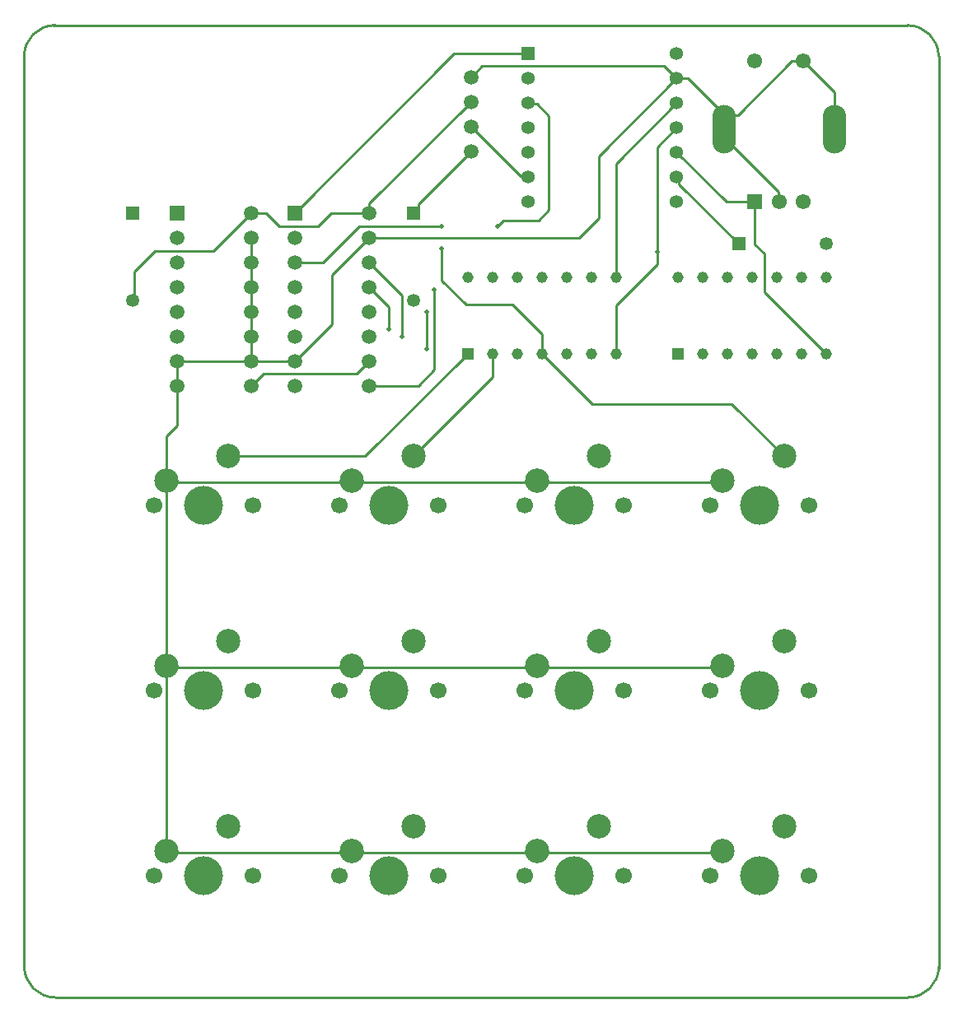
<source format=gbl>
G04*
G04 #@! TF.GenerationSoftware,Altium Limited,Altium Designer,25.3.3 (18)*
G04*
G04 Layer_Physical_Order=2*
G04 Layer_Color=16711680*
%FSLAX43Y43*%
%MOMM*%
G71*
G04*
G04 #@! TF.SameCoordinates,C300852C-C8DC-408C-B86D-D4AF72776700*
G04*
G04*
G04 #@! TF.FilePolarity,Positive*
G04*
G01*
G75*
%ADD10C,0.254*%
%ADD17C,4.000*%
%ADD18C,1.700*%
%ADD25C,1.550*%
%ADD26R,1.550X1.550*%
G04:AMPARAMS|DCode=27|XSize=2.4mm|YSize=5mm|CornerRadius=1.2mm|HoleSize=0mm|Usage=FLASHONLY|Rotation=0.000|XOffset=0mm|YOffset=0mm|HoleType=Round|Shape=RoundedRectangle|*
%AMROUNDEDRECTD27*
21,1,2.400,2.600,0,0,0.0*
21,1,0.000,5.000,0,0,0.0*
1,1,2.400,0.000,-1.300*
1,1,2.400,0.000,-1.300*
1,1,2.400,0.000,1.300*
1,1,2.400,0.000,1.300*
%
%ADD27ROUNDEDRECTD27*%
%ADD32C,1.500*%
%ADD33C,2.500*%
%ADD34R,1.500X1.500*%
%ADD35R,1.350X1.350*%
%ADD36C,1.350*%
%ADD37C,1.358*%
%ADD38R,1.358X1.358*%
%ADD39R,1.170X1.170*%
%ADD40C,1.170*%
%ADD41R,1.350X1.350*%
%ADD42C,0.508*%
D10*
X194884Y185745D02*
Y186200D01*
X194432Y185293D02*
X194884Y185745D01*
Y186200D02*
X200327Y191643D01*
X205383Y189127D02*
X206072D01*
X200327Y194183D02*
X205383Y189127D01*
X206072D02*
X206223Y188976D01*
X189879Y185332D02*
Y186275D01*
X200327Y196723D01*
X189840Y185293D02*
X189879Y185332D01*
X201470Y200406D02*
X220193D01*
X200327Y199263D02*
X201470Y200406D01*
X226304Y193929D02*
Y194370D01*
Y193055D02*
Y193929D01*
X222606Y199136D02*
X226304Y195438D01*
X221463Y199136D02*
X222606D01*
X226304Y194370D02*
Y195438D01*
Y194370D02*
X227295Y195361D01*
X221674Y188274D02*
Y188765D01*
Y188274D02*
X227830Y182118D01*
X221463Y188976D02*
X221674Y188765D01*
X234504Y200929D02*
X237704Y197729D01*
Y193929D02*
Y197729D01*
X233304Y200929D02*
X234504D01*
X198603Y201676D02*
X206223D01*
X182220Y185293D02*
X198603Y201676D01*
X197333Y178368D02*
Y181618D01*
Y178368D02*
X199798Y175903D01*
X185121Y180213D02*
X188867Y183959D01*
X197333D01*
X230480Y177165D02*
X236830Y170815D01*
X229504Y182085D02*
X230480Y181109D01*
Y177165D02*
Y181109D01*
X229504Y182085D02*
Y186429D01*
X219495Y180040D02*
Y181293D01*
X215240Y175785D02*
X219495Y180040D01*
X215240Y170815D02*
Y175785D01*
X219495Y181293D02*
Y192088D01*
X165691Y179222D02*
X167814Y181344D01*
X165691Y176422D02*
Y179222D01*
X167814Y181344D02*
X173826D01*
X177775Y167513D02*
X179045Y168783D01*
X188570D02*
X189840Y170053D01*
X179045Y168783D02*
X188570D01*
X184575Y183959D02*
X185909Y185293D01*
X179268D02*
X180602Y183959D01*
X184575D01*
X177775Y185293D02*
X179268D01*
X213462Y184789D02*
Y191135D01*
X211426Y182753D02*
X213462Y184789D01*
X189840Y182753D02*
X211426D01*
X213462Y191135D02*
X221463Y199136D01*
X215240Y178685D02*
Y190373D01*
X221463Y196596D01*
X219495Y192088D02*
X221463Y194056D01*
X185909Y185293D02*
X189840D01*
X220193Y200406D02*
X221463Y199136D01*
X203620Y184531D02*
X207257D01*
X203048Y183959D02*
X203620Y184531D01*
X207257D02*
X208338Y185612D01*
X173826Y181344D02*
X177775Y185293D01*
X165563Y176293D02*
X165691Y176422D01*
X206223Y196596D02*
X206308Y196511D01*
X208338Y185612D02*
Y195301D01*
X207128Y196511D02*
X208338Y195301D01*
X206308Y196511D02*
X207128D01*
X189459Y160274D02*
X200000Y170815D01*
X175362Y160274D02*
X189459D01*
X194412D02*
X202540Y168402D01*
Y170815D01*
X204568Y175903D02*
X207620Y172851D01*
X199798Y175903D02*
X204568D01*
X207620Y170815D02*
Y172851D01*
Y170815D02*
X212763Y165672D01*
X226550Y186429D02*
X229504D01*
X221463Y191516D02*
X226550Y186429D01*
X226304Y193055D02*
X231922Y187436D01*
Y186510D02*
X232004Y186429D01*
X231922Y186510D02*
Y187436D01*
X227295Y195361D02*
X227736D01*
X233304Y200929D01*
X177775Y182753D02*
Y182887D01*
X195732Y171345D02*
Y175133D01*
X193232Y172593D02*
Y176821D01*
X189840Y180213D02*
X193232Y176821D01*
X189840Y177673D02*
X191872Y175641D01*
Y173355D02*
Y175641D01*
X186030Y178943D02*
X189840Y182753D01*
X196571Y169161D02*
Y177419D01*
X194922Y167513D02*
X196571Y169161D01*
X189840Y167513D02*
X194922D01*
X182220Y180213D02*
X185121D01*
X212763Y165672D02*
X227114D01*
X232512Y160274D01*
X169012Y162306D02*
X170155Y163449D01*
X169012Y157734D02*
Y162306D01*
Y157734D02*
X169139Y157607D01*
X182220Y170053D02*
X186030Y173863D01*
Y178943D01*
X177775Y172593D02*
Y175133D01*
Y170053D02*
Y172593D01*
Y170053D02*
X182220D01*
X170155D02*
X177775D01*
Y175133D02*
Y177673D01*
Y180213D01*
Y182753D01*
X170155Y163449D02*
Y167513D01*
Y170053D01*
X226035Y157607D02*
X226162Y157734D01*
X207239Y157607D02*
X226035D01*
X206985D02*
X207112Y157734D01*
X188189Y157607D02*
X206985D01*
X187935D02*
X188062Y157734D01*
X169139Y157607D02*
X187935D01*
X169139Y138557D02*
X187935D01*
X188062Y138684D01*
X169012D02*
X169139Y138557D01*
X188062Y138684D02*
X188189Y138557D01*
X206985D01*
X207112Y138684D01*
X207239Y138557D02*
X226035D01*
X226162Y138684D01*
X207239Y119507D02*
X226035D01*
X226162Y119634D01*
X206985Y119507D02*
X207112Y119634D01*
X188189Y119507D02*
X206985D01*
X187935D02*
X188062Y119634D01*
X169139Y119507D02*
X187935D01*
X169012Y119634D02*
X169139Y119507D01*
X188062Y119634D02*
X188189Y119507D01*
X188062Y157734D02*
X188189Y157607D01*
X207112Y119634D02*
X207239Y119507D01*
X169012Y119634D02*
Y138557D01*
Y138684D02*
Y157607D01*
X207112Y157734D02*
X207239Y157607D01*
X207112Y138684D02*
X207239Y138557D01*
X157571Y204608D02*
G03*
X154397Y201434I0J-3175D01*
G01*
X245232Y104597D02*
G03*
X248407Y107772I0J3175D01*
G01*
X154408D02*
G03*
X157583Y104597I3175J0D01*
G01*
X248382Y201422D02*
G03*
X245207Y204597I-3175J0D01*
G01*
X154397Y107772D02*
X154397Y201434D01*
X248397Y201422D02*
X248397Y107520D01*
X157583Y104597D02*
X245232Y104597D01*
X157302Y204597D02*
X245207Y204597D01*
D17*
X229972Y117094D02*
D03*
X210922D02*
D03*
X191872D02*
D03*
X172822D02*
D03*
X229972Y136144D02*
D03*
X210922D02*
D03*
X191872D02*
D03*
X172822D02*
D03*
X229972Y155194D02*
D03*
X210922D02*
D03*
X191872D02*
D03*
X172822D02*
D03*
D18*
X235052Y117094D02*
D03*
X224892D02*
D03*
X216002D02*
D03*
X205842D02*
D03*
X196952D02*
D03*
X186792D02*
D03*
X177902D02*
D03*
X167742D02*
D03*
X235052Y136144D02*
D03*
X224892D02*
D03*
X216002D02*
D03*
X205842D02*
D03*
X196952D02*
D03*
X186792D02*
D03*
X177902D02*
D03*
X167742D02*
D03*
X235052Y155194D02*
D03*
X224892D02*
D03*
X216002D02*
D03*
X205842D02*
D03*
X196952D02*
D03*
X186792D02*
D03*
X177902D02*
D03*
X167742D02*
D03*
D25*
X229504Y200929D02*
D03*
X234504D02*
D03*
Y186429D02*
D03*
X232004D02*
D03*
D26*
X229504D02*
D03*
D27*
X237704Y193929D02*
D03*
X226304D02*
D03*
D32*
X200327Y199263D02*
D03*
Y196723D02*
D03*
Y194183D02*
D03*
Y191643D02*
D03*
X177775Y167513D02*
D03*
Y170053D02*
D03*
Y172593D02*
D03*
Y175133D02*
D03*
Y177673D02*
D03*
Y180213D02*
D03*
Y182753D02*
D03*
Y185293D02*
D03*
X170155Y167513D02*
D03*
Y170053D02*
D03*
Y172593D02*
D03*
Y175133D02*
D03*
Y177673D02*
D03*
Y180213D02*
D03*
Y182753D02*
D03*
X189840Y167513D02*
D03*
Y170053D02*
D03*
Y172593D02*
D03*
Y175133D02*
D03*
Y177673D02*
D03*
Y180213D02*
D03*
Y182753D02*
D03*
Y185293D02*
D03*
X182220Y167513D02*
D03*
Y170053D02*
D03*
Y172593D02*
D03*
Y175133D02*
D03*
Y177673D02*
D03*
Y180213D02*
D03*
Y182753D02*
D03*
D33*
X232512Y122174D02*
D03*
X226162Y119634D02*
D03*
X213462Y122174D02*
D03*
X207112Y119634D02*
D03*
X194412Y122174D02*
D03*
X188062Y119634D02*
D03*
X175362Y122174D02*
D03*
X169012Y119634D02*
D03*
X232512Y141224D02*
D03*
X226162Y138684D02*
D03*
X213462Y141224D02*
D03*
X207112Y138684D02*
D03*
X194412Y141224D02*
D03*
X188062Y138684D02*
D03*
X175362Y141224D02*
D03*
X169012Y138684D02*
D03*
X232512Y160274D02*
D03*
X226162Y157734D02*
D03*
X213462Y160274D02*
D03*
X207112Y157734D02*
D03*
X194412Y160274D02*
D03*
X188062Y157734D02*
D03*
X175362Y160274D02*
D03*
X169012Y157734D02*
D03*
D34*
X170155Y185293D02*
D03*
X182220D02*
D03*
D35*
X165563D02*
D03*
X194432D02*
D03*
D36*
X165563Y176293D02*
D03*
X236830Y182118D02*
D03*
X194432Y176293D02*
D03*
D37*
X221463Y194056D02*
D03*
Y191516D02*
D03*
Y188976D02*
D03*
Y186436D02*
D03*
Y196596D02*
D03*
Y199136D02*
D03*
Y201676D02*
D03*
X206223Y194056D02*
D03*
Y191516D02*
D03*
Y188976D02*
D03*
Y186436D02*
D03*
Y196596D02*
D03*
Y199136D02*
D03*
D38*
Y201676D02*
D03*
D39*
X221590Y170815D02*
D03*
X200000Y170815D02*
D03*
D40*
X224130Y170815D02*
D03*
X226670D02*
D03*
X229210D02*
D03*
X231750D02*
D03*
X234290D02*
D03*
X236830D02*
D03*
Y178685D02*
D03*
X234290D02*
D03*
X231750D02*
D03*
X229210D02*
D03*
X226670D02*
D03*
X224130D02*
D03*
X221590D02*
D03*
X202540Y170815D02*
D03*
X205080D02*
D03*
X207620D02*
D03*
X210160D02*
D03*
X212700D02*
D03*
X215240D02*
D03*
Y178685D02*
D03*
X212700D02*
D03*
X210160D02*
D03*
X207620D02*
D03*
X205080D02*
D03*
X202540D02*
D03*
X200000D02*
D03*
D41*
X227830Y182118D02*
D03*
D42*
X195732Y175133D02*
D03*
X219495Y181293D02*
D03*
X203048Y183959D02*
D03*
X197333D02*
D03*
Y181618D02*
D03*
X196571Y177419D02*
D03*
X195732Y171345D02*
D03*
X193232Y172593D02*
D03*
X191872Y173355D02*
D03*
M02*

</source>
